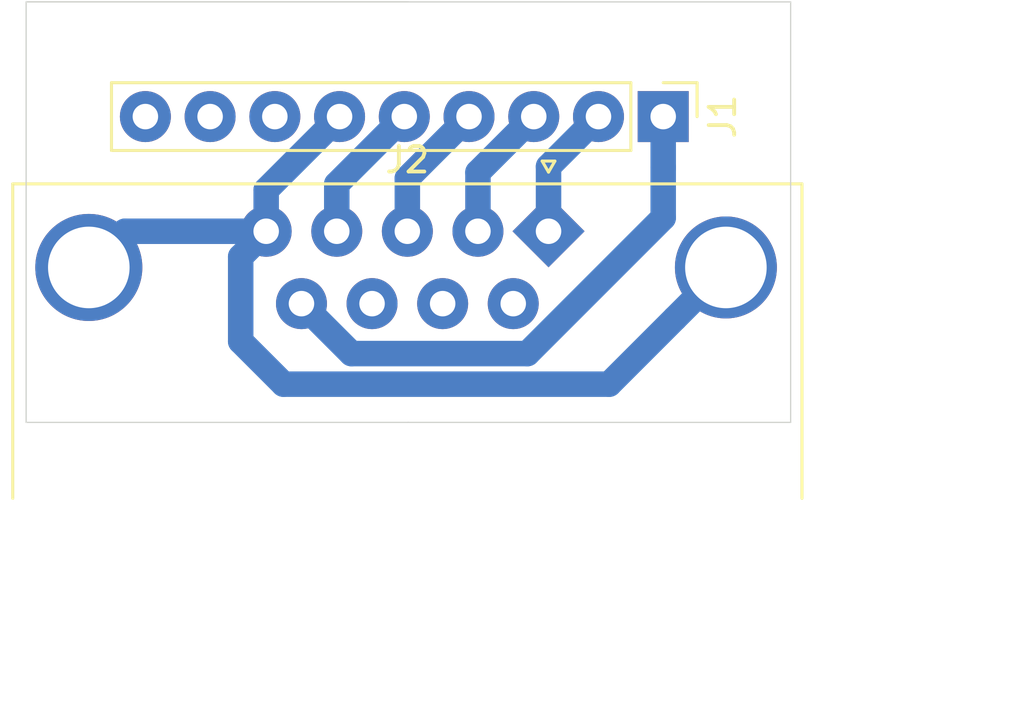
<source format=kicad_pcb>
(kicad_pcb (version 20171130) (host pcbnew "(5.1.4)-1")

  (general
    (thickness 1.6)
    (drawings 14)
    (tracks 23)
    (zones 0)
    (modules 2)
    (nets 13)
  )

  (page User 210.007 148.488)
  (layers
    (0 F.Cu signal)
    (31 B.Cu signal)
    (32 B.Adhes user)
    (33 F.Adhes user)
    (34 B.Paste user)
    (35 F.Paste user)
    (36 B.SilkS user)
    (37 F.SilkS user)
    (38 B.Mask user)
    (39 F.Mask user)
    (40 Dwgs.User user)
    (41 Cmts.User user)
    (42 Eco1.User user)
    (43 Eco2.User user)
    (44 Edge.Cuts user)
    (45 Margin user)
    (46 B.CrtYd user)
    (47 F.CrtYd user)
    (48 B.Fab user)
    (49 F.Fab user)
  )

  (setup
    (last_trace_width 0.25)
    (user_trace_width 0.7)
    (user_trace_width 1)
    (trace_clearance 0.2)
    (zone_clearance 0.508)
    (zone_45_only no)
    (trace_min 0.2)
    (via_size 0.8)
    (via_drill 0.4)
    (via_min_size 0.4)
    (via_min_drill 0.3)
    (uvia_size 0.3)
    (uvia_drill 0.1)
    (uvias_allowed no)
    (uvia_min_size 0.2)
    (uvia_min_drill 0.1)
    (edge_width 0.05)
    (segment_width 0.2)
    (pcb_text_width 0.3)
    (pcb_text_size 1.5 1.5)
    (mod_edge_width 0.12)
    (mod_text_size 1 1)
    (mod_text_width 0.15)
    (pad_size 2 2)
    (pad_drill 1)
    (pad_to_mask_clearance 0.051)
    (solder_mask_min_width 0.25)
    (aux_axis_origin 0 0)
    (visible_elements 7FFFFFFF)
    (pcbplotparams
      (layerselection 0x010fc_ffffffff)
      (usegerberextensions false)
      (usegerberattributes false)
      (usegerberadvancedattributes false)
      (creategerberjobfile false)
      (excludeedgelayer true)
      (linewidth 0.100000)
      (plotframeref false)
      (viasonmask false)
      (mode 1)
      (useauxorigin false)
      (hpglpennumber 1)
      (hpglpenspeed 20)
      (hpglpendiameter 15.000000)
      (psnegative false)
      (psa4output false)
      (plotreference true)
      (plotvalue true)
      (plotinvisibletext false)
      (padsonsilk false)
      (subtractmaskfromsilk false)
      (outputformat 1)
      (mirror false)
      (drillshape 1)
      (scaleselection 1)
      (outputdirectory ""))
  )

  (net 0 "")
  (net 1 "Net-(J1-Pad7)")
  (net 2 "Net-(J1-Pad8)")
  (net 3 "Net-(J1-Pad9)")
  (net 4 "Net-(J2-Pad6)")
  (net 5 "Net-(J2-Pad7)")
  (net 6 "Net-(J2-Pad8)")
  (net 7 /fan_1)
  (net 8 /term_pelt_1)
  (net 9 /term_pelt_2)
  (net 10 /term_disip_1)
  (net 11 /term_disip_2)
  (net 12 /fan_2)

  (net_class Default "Esta es la clase de red por defecto."
    (clearance 0.2)
    (trace_width 0.25)
    (via_dia 0.8)
    (via_drill 0.4)
    (uvia_dia 0.3)
    (uvia_drill 0.1)
    (add_net /fan_1)
    (add_net /fan_2)
    (add_net /term_disip_1)
    (add_net /term_disip_2)
    (add_net /term_pelt_1)
    (add_net /term_pelt_2)
    (add_net "Net-(J1-Pad7)")
    (add_net "Net-(J1-Pad8)")
    (add_net "Net-(J1-Pad9)")
    (add_net "Net-(J2-Pad6)")
    (add_net "Net-(J2-Pad7)")
    (add_net "Net-(J2-Pad8)")
  )

  (module Connector_PinHeader_2.54mm:PinHeader_1x09_P2.54mm_Vertical (layer F.Cu) (tedit 5DE6582D) (tstamp 5DE6A41D)
    (at 40 19.5 270)
    (descr "Through hole straight pin header, 1x09, 2.54mm pitch, single row")
    (tags "Through hole pin header THT 1x09 2.54mm single row")
    (path /5DE6694D)
    (fp_text reference J1 (at 0 -2.33 270) (layer F.SilkS)
      (effects (font (size 1 1) (thickness 0.15)))
    )
    (fp_text value Conn_01x09 (at -2.5 10) (layer F.Fab)
      (effects (font (size 1 1) (thickness 0.15)))
    )
    (fp_line (start -0.635 -1.27) (end 1.27 -1.27) (layer F.Fab) (width 0.1))
    (fp_line (start 1.27 -1.27) (end 1.27 21.59) (layer F.Fab) (width 0.1))
    (fp_line (start 1.27 21.59) (end -1.27 21.59) (layer F.Fab) (width 0.1))
    (fp_line (start -1.27 21.59) (end -1.27 -0.635) (layer F.Fab) (width 0.1))
    (fp_line (start -1.27 -0.635) (end -0.635 -1.27) (layer F.Fab) (width 0.1))
    (fp_line (start -1.33 21.65) (end 1.33 21.65) (layer F.SilkS) (width 0.12))
    (fp_line (start -1.33 1.27) (end -1.33 21.65) (layer F.SilkS) (width 0.12))
    (fp_line (start 1.33 1.27) (end 1.33 21.65) (layer F.SilkS) (width 0.12))
    (fp_line (start -1.33 1.27) (end 1.33 1.27) (layer F.SilkS) (width 0.12))
    (fp_line (start -1.33 0) (end -1.33 -1.33) (layer F.SilkS) (width 0.12))
    (fp_line (start -1.33 -1.33) (end 0 -1.33) (layer F.SilkS) (width 0.12))
    (fp_line (start -1.8 -1.8) (end -1.8 22.1) (layer F.CrtYd) (width 0.05))
    (fp_line (start -1.8 22.1) (end 1.8 22.1) (layer F.CrtYd) (width 0.05))
    (fp_line (start 1.8 22.1) (end 1.8 -1.8) (layer F.CrtYd) (width 0.05))
    (fp_line (start 1.8 -1.8) (end -1.8 -1.8) (layer F.CrtYd) (width 0.05))
    (fp_text user %R (at 0 10.16) (layer F.Fab)
      (effects (font (size 1 1) (thickness 0.15)))
    )
    (pad 1 thru_hole rect (at 0 0 270) (size 2 2) (drill 1) (layers *.Cu *.Mask)
      (net 7 /fan_1))
    (pad 2 thru_hole oval (at 0 2.54 270) (size 2 2) (drill 1) (layers *.Cu *.Mask)
      (net 8 /term_pelt_1))
    (pad 3 thru_hole circle (at 0 5.08 270) (size 2 2) (drill 1) (layers *.Cu *.Mask)
      (net 9 /term_pelt_2))
    (pad 4 thru_hole circle (at 0 7.62 270) (size 2 2) (drill 1) (layers *.Cu *.Mask)
      (net 10 /term_disip_1))
    (pad 5 thru_hole circle (at 0 10.16 270) (size 2 2) (drill 1) (layers *.Cu *.Mask)
      (net 11 /term_disip_2))
    (pad 6 thru_hole circle (at 0 12.7 270) (size 2 2) (drill 1) (layers *.Cu *.Mask)
      (net 12 /fan_2))
    (pad 7 thru_hole circle (at 0 15.24 270) (size 2 2) (drill 1) (layers *.Cu *.Mask)
      (net 1 "Net-(J1-Pad7)"))
    (pad 8 thru_hole circle (at 0 17.78 270) (size 2 2) (drill 1) (layers *.Cu *.Mask)
      (net 2 "Net-(J1-Pad8)"))
    (pad 9 thru_hole circle (at 0 20.32 270) (size 2 2) (drill 1) (layers *.Cu *.Mask)
      (net 3 "Net-(J1-Pad9)"))
    (model ${KISYS3DMOD}/Connector_PinHeader_2.54mm.3dshapes/PinHeader_1x09_P2.54mm_Vertical.wrl
      (at (xyz 0 0 0))
      (scale (xyz 1 1 1))
      (rotate (xyz 0 0 0))
    )
  )

  (module Connector_Dsub:DSUB-9_Female_Horizontal_P2.77x2.84mm_EdgePinOffset7.70mm_Housed_MountingHolesOffset9.12mm (layer F.Cu) (tedit 5DE65AB6) (tstamp 5DE6AD13)
    (at 35.5 24)
    (descr "9-pin D-Sub connector, horizontal/angled (90 deg), THT-mount, female, pitch 2.77x2.84mm, pin-PCB-offset 7.699999999999999mm, distance of mounting holes 25mm, distance of mounting holes to PCB edge 9.12mm, see https://disti-assets.s3.amazonaws.com/tonar/files/datasheets/16730.pdf")
    (tags "9-pin D-Sub connector horizontal angled 90deg THT female pitch 2.77x2.84mm pin-PCB-offset 7.699999999999999mm mounting-holes-distance 25mm mounting-hole-offset 25mm")
    (path /5DE64D24)
    (fp_text reference J2 (at -5.54 -2.8) (layer F.SilkS)
      (effects (font (size 1 1) (thickness 0.15)))
    )
    (fp_text value DB9_Female_MountingHoles (at -5.54 18.61) (layer F.Fab)
      (effects (font (size 1 1) (thickness 0.15)))
    )
    (fp_arc (start -18.04 1.42) (end -19.64 1.42) (angle 180) (layer F.Fab) (width 0.1))
    (fp_arc (start 6.96 1.42) (end 5.36 1.42) (angle 180) (layer F.Fab) (width 0.1))
    (fp_line (start -20.965 -1.8) (end -20.965 10.54) (layer F.Fab) (width 0.1))
    (fp_line (start -20.965 10.54) (end 9.885 10.54) (layer F.Fab) (width 0.1))
    (fp_line (start 9.885 10.54) (end 9.885 -1.8) (layer F.Fab) (width 0.1))
    (fp_line (start 9.885 -1.8) (end -20.965 -1.8) (layer F.Fab) (width 0.1))
    (fp_line (start -20.965 10.54) (end -20.965 10.94) (layer F.Fab) (width 0.1))
    (fp_line (start -20.965 10.94) (end 9.885 10.94) (layer F.Fab) (width 0.1))
    (fp_line (start 9.885 10.94) (end 9.885 10.54) (layer F.Fab) (width 0.1))
    (fp_line (start 9.885 10.54) (end -20.965 10.54) (layer F.Fab) (width 0.1))
    (fp_line (start -13.69 10.94) (end -13.69 17.11) (layer F.Fab) (width 0.1))
    (fp_line (start -13.69 17.11) (end 2.61 17.11) (layer F.Fab) (width 0.1))
    (fp_line (start 2.61 17.11) (end 2.61 10.94) (layer F.Fab) (width 0.1))
    (fp_line (start 2.61 10.94) (end -13.69 10.94) (layer F.Fab) (width 0.1))
    (fp_line (start -20.54 10.94) (end -20.54 15.94) (layer F.Fab) (width 0.1))
    (fp_line (start -20.54 15.94) (end -15.54 15.94) (layer F.Fab) (width 0.1))
    (fp_line (start -15.54 15.94) (end -15.54 10.94) (layer F.Fab) (width 0.1))
    (fp_line (start -15.54 10.94) (end -20.54 10.94) (layer F.Fab) (width 0.1))
    (fp_line (start 4.46 10.94) (end 4.46 15.94) (layer F.Fab) (width 0.1))
    (fp_line (start 4.46 15.94) (end 9.46 15.94) (layer F.Fab) (width 0.1))
    (fp_line (start 9.46 15.94) (end 9.46 10.94) (layer F.Fab) (width 0.1))
    (fp_line (start 9.46 10.94) (end 4.46 10.94) (layer F.Fab) (width 0.1))
    (fp_line (start -19.64 10.54) (end -19.64 1.42) (layer F.Fab) (width 0.1))
    (fp_line (start -16.44 10.54) (end -16.44 1.42) (layer F.Fab) (width 0.1))
    (fp_line (start 5.36 10.54) (end 5.36 1.42) (layer F.Fab) (width 0.1))
    (fp_line (start 8.56 10.54) (end 8.56 1.42) (layer F.Fab) (width 0.1))
    (fp_line (start -21.025 10.48) (end -21.025 -1.86) (layer F.SilkS) (width 0.12))
    (fp_line (start -21.025 -1.86) (end 9.945 -1.86) (layer F.SilkS) (width 0.12))
    (fp_line (start 9.945 -1.86) (end 9.945 10.48) (layer F.SilkS) (width 0.12))
    (fp_line (start -0.25 -2.754338) (end 0.25 -2.754338) (layer F.SilkS) (width 0.12))
    (fp_line (start 0.25 -2.754338) (end 0 -2.321325) (layer F.SilkS) (width 0.12))
    (fp_line (start 0 -2.321325) (end -0.25 -2.754338) (layer F.SilkS) (width 0.12))
    (fp_line (start -21.5 -2.35) (end -21.5 17.65) (layer F.CrtYd) (width 0.05))
    (fp_line (start -21.5 17.65) (end 10.4 17.65) (layer F.CrtYd) (width 0.05))
    (fp_line (start 10.4 17.65) (end 10.4 -2.35) (layer F.CrtYd) (width 0.05))
    (fp_line (start 10.4 -2.35) (end -21.5 -2.35) (layer F.CrtYd) (width 0.05))
    (fp_text user %R (at -5.54 14.025) (layer F.Fab)
      (effects (font (size 1 1) (thickness 0.15)))
    )
    (pad 1 thru_hole rect (at 0 0 45) (size 2 2) (drill 1) (layers *.Cu *.Mask)
      (net 8 /term_pelt_1))
    (pad 2 thru_hole circle (at -2.77 0) (size 2 2) (drill 1) (layers *.Cu *.Mask)
      (net 9 /term_pelt_2))
    (pad 3 thru_hole circle (at -5.54 0) (size 2 2) (drill 1) (layers *.Cu *.Mask)
      (net 10 /term_disip_1))
    (pad 4 thru_hole circle (at -8.31 0) (size 2 2) (drill 1) (layers *.Cu *.Mask)
      (net 11 /term_disip_2))
    (pad 5 thru_hole circle (at -11.08 0) (size 2 2) (drill 1) (layers *.Cu *.Mask)
      (net 12 /fan_2))
    (pad 6 thru_hole circle (at -1.385 2.84) (size 2 2) (drill 1) (layers *.Cu *.Mask)
      (net 4 "Net-(J2-Pad6)"))
    (pad 7 thru_hole circle (at -4.155 2.84) (size 2 2) (drill 1) (layers *.Cu *.Mask)
      (net 5 "Net-(J2-Pad7)"))
    (pad 8 thru_hole circle (at -6.925 2.84) (size 2 2) (drill 1) (layers *.Cu *.Mask)
      (net 6 "Net-(J2-Pad8)"))
    (pad 9 thru_hole circle (at -9.695 2.84) (size 2 2) (drill 1) (layers *.Cu *.Mask)
      (net 7 /fan_1))
    (pad 0 thru_hole circle (at -18.04 1.42) (size 4.2 4.2) (drill 3.2) (layers *.Cu *.Mask)
      (net 12 /fan_2))
    (pad 0 thru_hole circle (at 6.96 1.42) (size 4 4) (drill 3.2) (layers *.Cu *.Mask)
      (net 12 /fan_2))
    (model ${KISYS3DMOD}/Connector_Dsub.3dshapes/DSUB-9_Female_Horizontal_P2.77x2.84mm_EdgePinOffset7.70mm_Housed_MountingHolesOffset9.12mm.wrl
      (at (xyz 0 0 0))
      (scale (xyz 1 1 1))
      (rotate (xyz 0 0 0))
    )
  )

  (gr_line (start 16.5 30) (end 16.5 30.5) (layer Margin) (width 0.15) (tstamp 5DE6ADC4))
  (gr_line (start 43.5 30) (end 43.5 30.5) (layer Margin) (width 0.15) (tstamp 5DE6ADC3))
  (gr_line (start 16.5 30) (end 16.5 16.5) (layer Margin) (width 0.15) (tstamp 5DE6A68E))
  (gr_line (start 43.5 30.5) (end 16.5 30.5) (layer Margin) (width 0.15) (tstamp 5DE6ADBF))
  (gr_line (start 43.5 16.5) (end 43.5 30) (layer Margin) (width 0.15))
  (gr_line (start 16.5 16.5) (end 43.5 16.5) (layer Margin) (width 0.15))
  (dimension 16.5 (width 0.15) (layer Cmts.User)
    (gr_text "16,500 mm" (at 50.3 23.25 90) (layer Cmts.User)
      (effects (font (size 1 1) (thickness 0.15)))
    )
    (feature1 (pts (xy 48 15) (xy 49.586421 15)))
    (feature2 (pts (xy 48 31.5) (xy 49.586421 31.5)))
    (crossbar (pts (xy 49 31.5) (xy 49 15)))
    (arrow1a (pts (xy 49 15) (xy 49.586421 16.126504)))
    (arrow1b (pts (xy 49 15) (xy 48.413579 16.126504)))
    (arrow2a (pts (xy 49 31.5) (xy 49.586421 30.373496)))
    (arrow2b (pts (xy 49 31.5) (xy 48.413579 30.373496)))
  )
  (dimension 19.5 (width 0.15) (layer Cmts.User)
    (gr_text "19,500 mm" (at 52.8 24.75 90) (layer Cmts.User)
      (effects (font (size 1 1) (thickness 0.15)))
    )
    (feature1 (pts (xy 48 15) (xy 52.086421 15)))
    (feature2 (pts (xy 48 34.5) (xy 52.086421 34.5)))
    (crossbar (pts (xy 51.5 34.5) (xy 51.5 15)))
    (arrow1a (pts (xy 51.5 15) (xy 52.086421 16.126504)))
    (arrow1b (pts (xy 51.5 15) (xy 50.913579 16.126504)))
    (arrow2a (pts (xy 51.5 34.5) (xy 52.086421 33.373496)))
    (arrow2b (pts (xy 51.5 34.5) (xy 50.913579 33.373496)))
  )
  (gr_line (start 30 31.5) (end 15 31.5) (layer Edge.Cuts) (width 0.05) (tstamp 5DE6A362))
  (gr_line (start 45 31.5) (end 30 31.5) (layer Edge.Cuts) (width 0.05) (tstamp 5DE6A34A))
  (gr_line (start 45 15) (end 45 31.5) (layer Edge.Cuts) (width 0.05))
  (gr_line (start 15 15) (end 45 15) (layer Edge.Cuts) (width 0.05))
  (gr_line (start 15 31.5) (end 15 15) (layer Edge.Cuts) (width 0.05) (tstamp 5DE6A349))
  (gr_line (start 15 15) (end 30 15) (layer Edge.Cuts) (width 0.05))

  (segment (start 40 21.5) (end 40 19.5) (width 1) (layer B.Cu) (net 7))
  (segment (start 34.671002 28.8) (end 40 23.471002) (width 1) (layer B.Cu) (net 7))
  (segment (start 27.765 28.8) (end 34.671002 28.8) (width 1) (layer B.Cu) (net 7))
  (segment (start 40 23.471002) (end 40 21.5) (width 1) (layer B.Cu) (net 7))
  (segment (start 25.805 26.84) (end 27.765 28.8) (width 1) (layer B.Cu) (net 7))
  (segment (start 35.5 21.46) (end 37.46 19.5) (width 1) (layer B.Cu) (net 8))
  (segment (start 35.5 24) (end 35.5 21.46) (width 1) (layer B.Cu) (net 8))
  (segment (start 32.73 21.69) (end 34.92 19.5) (width 1) (layer B.Cu) (net 9))
  (segment (start 32.73 24) (end 32.73 21.69) (width 1) (layer B.Cu) (net 9))
  (segment (start 29.96 21.92) (end 32.38 19.5) (width 1) (layer B.Cu) (net 10))
  (segment (start 29.96 24) (end 29.96 21.92) (width 1) (layer B.Cu) (net 10))
  (segment (start 27.19 22.15) (end 29.84 19.5) (width 1) (layer B.Cu) (net 11))
  (segment (start 27.19 24) (end 27.19 22.15) (width 1) (layer B.Cu) (net 11))
  (segment (start 24.42 22.38) (end 27.3 19.5) (width 1) (layer B.Cu) (net 12))
  (segment (start 24.42 24) (end 24.42 22.38) (width 1) (layer B.Cu) (net 12))
  (segment (start 18.88 24) (end 17.46 25.42) (width 1) (layer B.Cu) (net 12))
  (segment (start 24.42 24) (end 18.88 24) (width 1) (layer B.Cu) (net 12))
  (segment (start 25.100011 30.000011) (end 37.879989 30.000011) (width 1) (layer B.Cu) (net 12))
  (segment (start 37.879989 30.000011) (end 40.460001 27.419999) (width 1) (layer B.Cu) (net 12))
  (segment (start 23.420001 28.320001) (end 25.100011 30.000011) (width 1) (layer B.Cu) (net 12))
  (segment (start 23.420001 24.999999) (end 23.420001 28.320001) (width 1) (layer B.Cu) (net 12))
  (segment (start 40.460001 27.419999) (end 42.46 25.42) (width 1) (layer B.Cu) (net 12))
  (segment (start 24.42 24) (end 23.420001 24.999999) (width 1) (layer B.Cu) (net 12))

)

</source>
